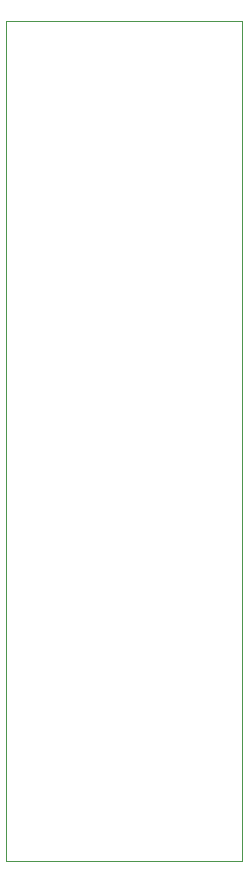
<source format=gko>
G75*
%MOIN*%
%OFA0B0*%
%FSLAX25Y25*%
%IPPOS*%
%LPD*%
%AMOC8*
5,1,8,0,0,1.08239X$1,22.5*
%
%ADD10C,0.00000*%
D10*
X0001500Y0001500D02*
X0001500Y0281461D01*
X0080201Y0281461D01*
X0080201Y0001500D01*
X0001500Y0001500D01*
M02*

</source>
